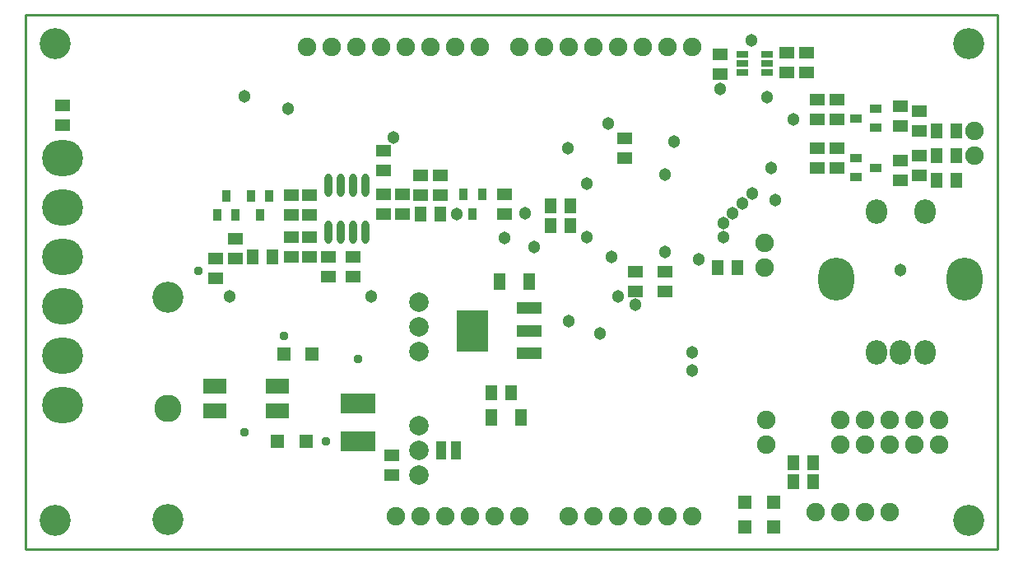
<source format=gts>
G04*
G04 #@! TF.GenerationSoftware,Altium Limited,Altium Designer,22.2.1 (43)*
G04*
G04 Layer_Color=8388736*
%FSLAX43Y43*%
%MOMM*%
G71*
G04*
G04 #@! TF.SameCoordinates,4727E17F-0EAD-4C76-84FB-9B022A49384D*
G04*
G04*
G04 #@! TF.FilePolarity,Negative*
G04*
G01*
G75*
%ADD12C,0.254*%
%ADD21R,2.403X1.503*%
%ADD22O,0.803X2.403*%
%ADD23R,1.203X1.503*%
%ADD24R,1.503X1.203*%
%ADD25R,1.203X0.903*%
%ADD26R,1.303X0.803*%
%ADD27R,1.403X1.403*%
%ADD28R,3.632X2.108*%
%ADD29R,0.903X1.203*%
%ADD30R,1.303X1.803*%
%ADD31R,2.503X1.203*%
%ADD32R,3.203X4.203*%
%ADD33R,1.003X1.903*%
%ADD34C,1.903*%
%ADD35C,2.003*%
%ADD36C,3.203*%
%ADD37C,2.803*%
%ADD38O,4.203X3.703*%
%ADD39O,3.703X4.403*%
%ADD40O,2.203X2.503*%
%ADD41C,1.303*%
%ADD42C,0.953*%
D12*
X-0Y-0D02*
X100000D01*
X-0D02*
Y55000D01*
X100000D01*
Y-0D02*
Y55000D01*
D21*
X19430Y14265D02*
D03*
Y16765D02*
D03*
X25930D02*
D03*
Y14265D02*
D03*
D22*
X34925Y32609D02*
D03*
X33655D02*
D03*
X31115D02*
D03*
X32385D02*
D03*
X33655Y37409D02*
D03*
X34925D02*
D03*
X31115D02*
D03*
X32385D02*
D03*
D23*
X95715Y43053D02*
D03*
X93683D02*
D03*
X23368Y30040D02*
D03*
X25400D02*
D03*
X73236Y28956D02*
D03*
X71204D02*
D03*
X93683Y37973D02*
D03*
X95715D02*
D03*
X93683Y40513D02*
D03*
X95715D02*
D03*
X53984Y35330D02*
D03*
X56016D02*
D03*
X78994Y8890D02*
D03*
X81026D02*
D03*
X78994Y6985D02*
D03*
X81026D02*
D03*
X53984Y33330D02*
D03*
X56016D02*
D03*
X47895Y16070D02*
D03*
X49927D02*
D03*
X42672Y34485D02*
D03*
X40640D02*
D03*
D24*
X91905Y43053D02*
D03*
Y45085D02*
D03*
X90000Y45593D02*
D03*
Y43561D02*
D03*
X83460Y44243D02*
D03*
Y46275D02*
D03*
X81460D02*
D03*
Y44243D02*
D03*
X71460Y48881D02*
D03*
Y50913D02*
D03*
X78315Y49013D02*
D03*
Y51045D02*
D03*
X42672Y36390D02*
D03*
Y38422D02*
D03*
X36830Y40962D02*
D03*
Y38930D02*
D03*
Y36517D02*
D03*
Y34485D02*
D03*
X38735Y36517D02*
D03*
Y34485D02*
D03*
X40640Y36390D02*
D03*
Y38422D02*
D03*
X29210Y32072D02*
D03*
Y30040D02*
D03*
X31115D02*
D03*
Y28008D02*
D03*
X61595Y40243D02*
D03*
Y42275D02*
D03*
X62750Y26548D02*
D03*
Y28580D02*
D03*
X90000Y37973D02*
D03*
Y40005D02*
D03*
X29210Y36390D02*
D03*
Y34358D02*
D03*
X27305D02*
D03*
Y36390D02*
D03*
X21585Y29874D02*
D03*
Y31906D02*
D03*
X19585Y29874D02*
D03*
Y27842D02*
D03*
X3810Y43629D02*
D03*
Y45661D02*
D03*
X81460Y39243D02*
D03*
Y41275D02*
D03*
X83460Y39243D02*
D03*
Y41275D02*
D03*
X91905Y38481D02*
D03*
Y40513D02*
D03*
X27305Y32072D02*
D03*
Y30040D02*
D03*
X80315Y49013D02*
D03*
Y51045D02*
D03*
X65750Y26548D02*
D03*
Y28580D02*
D03*
X33655Y28008D02*
D03*
Y30040D02*
D03*
X49226Y36485D02*
D03*
Y34453D02*
D03*
X37678Y7620D02*
D03*
Y9652D02*
D03*
D25*
X87460Y43373D02*
D03*
Y45273D02*
D03*
X85460Y44323D02*
D03*
Y40193D02*
D03*
Y38293D02*
D03*
X87460Y39243D02*
D03*
D26*
X76315Y49013D02*
D03*
Y49963D02*
D03*
Y50913D02*
D03*
X73715D02*
D03*
Y49963D02*
D03*
Y49013D02*
D03*
D27*
X29434Y20066D02*
D03*
X26534D02*
D03*
X28840Y11090D02*
D03*
X25940D02*
D03*
X74020Y2300D02*
D03*
X76920D02*
D03*
X74020Y4840D02*
D03*
X76920D02*
D03*
D28*
X34185Y11090D02*
D03*
Y15027D02*
D03*
D29*
X45990Y34485D02*
D03*
X45040Y36485D02*
D03*
X46940D02*
D03*
X24130Y34374D02*
D03*
X23180Y36374D02*
D03*
X25080D02*
D03*
X20635D02*
D03*
X21585Y34374D02*
D03*
X19685D02*
D03*
D30*
X47895Y13530D02*
D03*
X50943D02*
D03*
X48747Y27500D02*
D03*
X51795D02*
D03*
D31*
Y20185D02*
D03*
Y22485D02*
D03*
Y24785D02*
D03*
D32*
X45995Y22485D02*
D03*
D33*
X44246Y10160D02*
D03*
X42746D02*
D03*
D34*
X28920Y51630D02*
D03*
X31460D02*
D03*
X34000D02*
D03*
X36540D02*
D03*
X39080D02*
D03*
X41620D02*
D03*
X44160D02*
D03*
X46700D02*
D03*
X50764D02*
D03*
X53304D02*
D03*
X55844D02*
D03*
X58384D02*
D03*
X60924D02*
D03*
X63464D02*
D03*
X66004D02*
D03*
X68544D02*
D03*
Y3370D02*
D03*
X66004D02*
D03*
X63464D02*
D03*
X60924D02*
D03*
X58384D02*
D03*
X55844D02*
D03*
X50764D02*
D03*
X48224D02*
D03*
X45684D02*
D03*
X43144D02*
D03*
X40604D02*
D03*
X38064D02*
D03*
X97620Y40513D02*
D03*
Y43053D02*
D03*
X83820Y13335D02*
D03*
X86360D02*
D03*
X88900D02*
D03*
X91440D02*
D03*
X93980D02*
D03*
Y10795D02*
D03*
X91440D02*
D03*
X88900D02*
D03*
X86360D02*
D03*
X83820D02*
D03*
X76030Y31496D02*
D03*
Y28956D02*
D03*
X76200Y13335D02*
D03*
Y10795D02*
D03*
X88900Y3810D02*
D03*
X86360D02*
D03*
X83820D02*
D03*
X81280D02*
D03*
D35*
X40460Y22860D02*
D03*
Y20320D02*
D03*
Y12700D02*
D03*
Y10160D02*
D03*
Y7620D02*
D03*
Y25400D02*
D03*
D36*
X97000Y52000D02*
D03*
X3000D02*
D03*
Y3000D02*
D03*
X14605Y3064D02*
D03*
Y25924D02*
D03*
X97000Y3000D02*
D03*
D37*
X14605Y14494D02*
D03*
D38*
X3810Y19880D02*
D03*
Y14800D02*
D03*
Y30040D02*
D03*
Y24960D02*
D03*
Y40200D02*
D03*
Y35120D02*
D03*
D39*
X96600Y27750D02*
D03*
X83400D02*
D03*
D40*
X87500Y34750D02*
D03*
X92500D02*
D03*
Y20250D02*
D03*
X90000D02*
D03*
X87500D02*
D03*
D41*
X55786Y41290D02*
D03*
X20955Y26035D02*
D03*
X52330Y31080D02*
D03*
X51385Y34580D02*
D03*
X49226Y32040D02*
D03*
X44331Y34485D02*
D03*
X71750Y32080D02*
D03*
X77085Y35874D02*
D03*
X59960Y43773D02*
D03*
X74638Y52374D02*
D03*
X71460Y47357D02*
D03*
X78960Y44243D02*
D03*
X65750Y38580D02*
D03*
X37878Y42345D02*
D03*
X76315Y46513D02*
D03*
X27035Y45330D02*
D03*
X22470Y46595D02*
D03*
X35560Y26035D02*
D03*
X90000Y28691D02*
D03*
X72750Y34580D02*
D03*
X76665Y39243D02*
D03*
X62750Y25175D02*
D03*
X71750Y33580D02*
D03*
X73750Y35580D02*
D03*
X74750Y36580D02*
D03*
X69250Y29830D02*
D03*
X59055Y22225D02*
D03*
X60960Y26035D02*
D03*
X55880Y23495D02*
D03*
X68580Y18415D02*
D03*
Y20250D02*
D03*
X57750Y37580D02*
D03*
Y32080D02*
D03*
X65750Y30580D02*
D03*
X60250Y30080D02*
D03*
X66675Y41910D02*
D03*
D42*
X17805Y28610D02*
D03*
X26534Y21971D02*
D03*
X30870Y11090D02*
D03*
X34195Y19610D02*
D03*
X22470Y12065D02*
D03*
M02*

</source>
